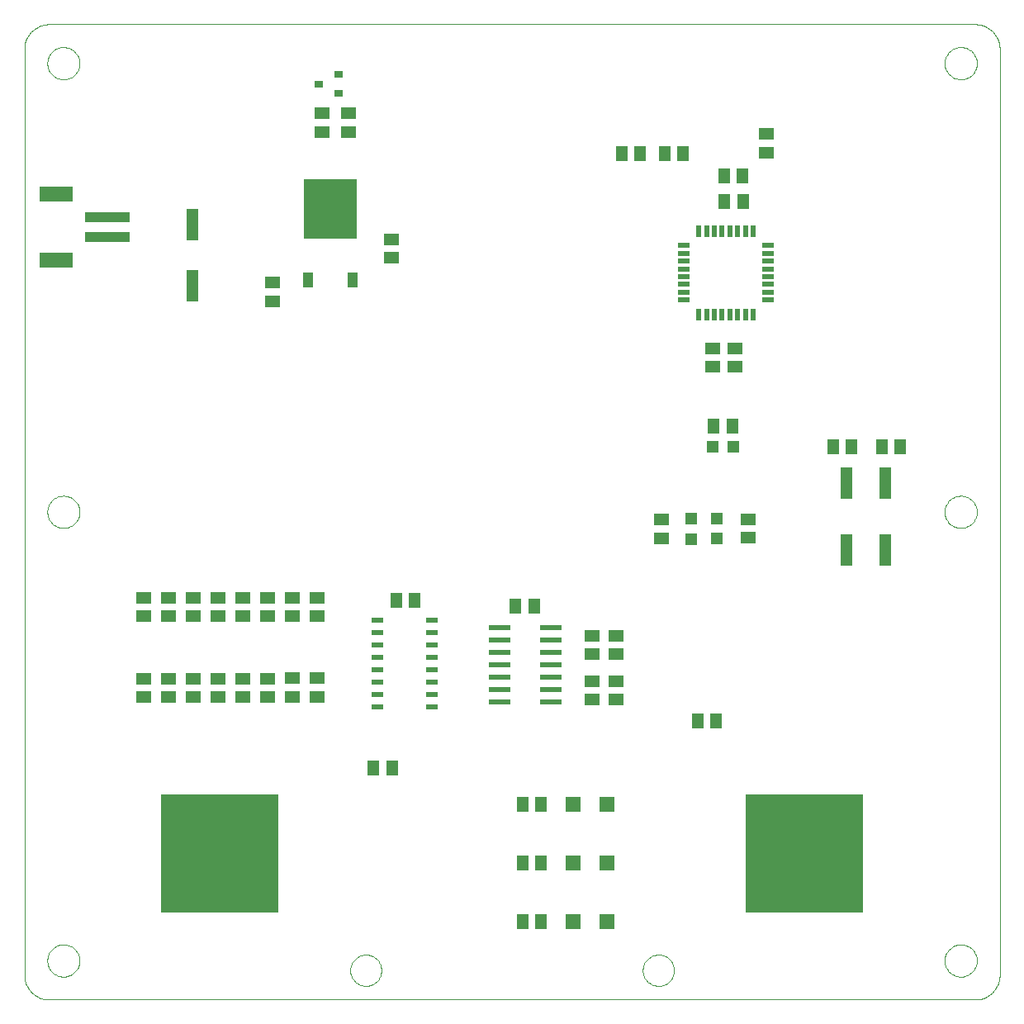
<source format=gtp>
G75*
%MOIN*%
%OFA0B0*%
%FSLAX24Y24*%
%IPPOS*%
%LPD*%
%AMOC8*
5,1,8,0,0,1.08239X$1,22.5*
%
%ADD10C,0.0000*%
%ADD11R,0.0591X0.0591*%
%ADD12R,0.0512X0.0630*%
%ADD13R,0.0630X0.0512*%
%ADD14R,0.0394X0.0630*%
%ADD15R,0.2126X0.2441*%
%ADD16R,0.0512X0.0591*%
%ADD17R,0.1811X0.0394*%
%ADD18R,0.1339X0.0630*%
%ADD19R,0.0591X0.0512*%
%ADD20R,0.0512X0.1299*%
%ADD21R,0.0472X0.0236*%
%ADD22R,0.4724X0.2402*%
%ADD23R,0.0220X0.0500*%
%ADD24R,0.0500X0.0220*%
%ADD25R,0.0472X0.1260*%
%ADD26R,0.0354X0.0315*%
%ADD27R,0.0472X0.0472*%
%ADD28R,0.0866X0.0236*%
D10*
X002361Y005618D02*
X039731Y005618D01*
X039791Y005620D01*
X039852Y005625D01*
X039911Y005634D01*
X039970Y005647D01*
X040029Y005663D01*
X040086Y005683D01*
X040141Y005706D01*
X040196Y005733D01*
X040248Y005762D01*
X040299Y005795D01*
X040348Y005831D01*
X040394Y005869D01*
X040438Y005911D01*
X040480Y005955D01*
X040518Y006001D01*
X040554Y006050D01*
X040587Y006101D01*
X040616Y006153D01*
X040643Y006208D01*
X040666Y006263D01*
X040686Y006320D01*
X040702Y006379D01*
X040715Y006438D01*
X040724Y006497D01*
X040729Y006558D01*
X040731Y006618D01*
X040731Y043988D01*
X040729Y044048D01*
X040724Y044109D01*
X040715Y044168D01*
X040702Y044227D01*
X040686Y044286D01*
X040666Y044343D01*
X040643Y044398D01*
X040616Y044453D01*
X040587Y044505D01*
X040554Y044556D01*
X040518Y044605D01*
X040480Y044651D01*
X040438Y044695D01*
X040394Y044737D01*
X040348Y044775D01*
X040299Y044811D01*
X040248Y044844D01*
X040196Y044873D01*
X040141Y044900D01*
X040086Y044923D01*
X040029Y044943D01*
X039970Y044959D01*
X039911Y044972D01*
X039852Y044981D01*
X039791Y044986D01*
X039731Y044988D01*
X002361Y044988D01*
X002301Y044986D01*
X002240Y044981D01*
X002181Y044972D01*
X002122Y044959D01*
X002063Y044943D01*
X002006Y044923D01*
X001951Y044900D01*
X001896Y044873D01*
X001844Y044844D01*
X001793Y044811D01*
X001744Y044775D01*
X001698Y044737D01*
X001654Y044695D01*
X001612Y044651D01*
X001574Y044605D01*
X001538Y044556D01*
X001505Y044505D01*
X001476Y044453D01*
X001449Y044398D01*
X001426Y044343D01*
X001406Y044286D01*
X001390Y044227D01*
X001377Y044168D01*
X001368Y044109D01*
X001363Y044048D01*
X001361Y043988D01*
X001361Y006618D01*
X001363Y006558D01*
X001368Y006497D01*
X001377Y006438D01*
X001390Y006379D01*
X001406Y006320D01*
X001426Y006263D01*
X001449Y006208D01*
X001476Y006153D01*
X001505Y006101D01*
X001538Y006050D01*
X001574Y006001D01*
X001612Y005955D01*
X001654Y005911D01*
X001698Y005869D01*
X001744Y005831D01*
X001793Y005795D01*
X001844Y005762D01*
X001896Y005733D01*
X001951Y005706D01*
X002006Y005683D01*
X002063Y005663D01*
X002122Y005647D01*
X002181Y005634D01*
X002240Y005625D01*
X002301Y005620D01*
X002361Y005618D01*
X002286Y007193D02*
X002288Y007243D01*
X002294Y007293D01*
X002304Y007343D01*
X002317Y007391D01*
X002334Y007439D01*
X002355Y007485D01*
X002379Y007529D01*
X002407Y007571D01*
X002438Y007611D01*
X002472Y007648D01*
X002509Y007683D01*
X002548Y007714D01*
X002589Y007743D01*
X002633Y007768D01*
X002679Y007790D01*
X002726Y007808D01*
X002774Y007822D01*
X002823Y007833D01*
X002873Y007840D01*
X002923Y007843D01*
X002974Y007842D01*
X003024Y007837D01*
X003074Y007828D01*
X003122Y007816D01*
X003170Y007799D01*
X003216Y007779D01*
X003261Y007756D01*
X003304Y007729D01*
X003344Y007699D01*
X003382Y007666D01*
X003417Y007630D01*
X003450Y007591D01*
X003479Y007550D01*
X003505Y007507D01*
X003528Y007462D01*
X003547Y007415D01*
X003562Y007367D01*
X003574Y007318D01*
X003582Y007268D01*
X003586Y007218D01*
X003586Y007168D01*
X003582Y007118D01*
X003574Y007068D01*
X003562Y007019D01*
X003547Y006971D01*
X003528Y006924D01*
X003505Y006879D01*
X003479Y006836D01*
X003450Y006795D01*
X003417Y006756D01*
X003382Y006720D01*
X003344Y006687D01*
X003304Y006657D01*
X003261Y006630D01*
X003216Y006607D01*
X003170Y006587D01*
X003122Y006570D01*
X003074Y006558D01*
X003024Y006549D01*
X002974Y006544D01*
X002923Y006543D01*
X002873Y006546D01*
X002823Y006553D01*
X002774Y006564D01*
X002726Y006578D01*
X002679Y006596D01*
X002633Y006618D01*
X002589Y006643D01*
X002548Y006672D01*
X002509Y006703D01*
X002472Y006738D01*
X002438Y006775D01*
X002407Y006815D01*
X002379Y006857D01*
X002355Y006901D01*
X002334Y006947D01*
X002317Y006995D01*
X002304Y007043D01*
X002294Y007093D01*
X002288Y007143D01*
X002286Y007193D01*
X014511Y006799D02*
X014513Y006849D01*
X014519Y006899D01*
X014529Y006948D01*
X014543Y006996D01*
X014560Y007043D01*
X014581Y007088D01*
X014606Y007132D01*
X014634Y007173D01*
X014666Y007212D01*
X014700Y007249D01*
X014737Y007283D01*
X014777Y007313D01*
X014819Y007340D01*
X014863Y007364D01*
X014909Y007385D01*
X014956Y007401D01*
X015004Y007414D01*
X015054Y007423D01*
X015103Y007428D01*
X015154Y007429D01*
X015204Y007426D01*
X015253Y007419D01*
X015302Y007408D01*
X015350Y007393D01*
X015396Y007375D01*
X015441Y007353D01*
X015484Y007327D01*
X015525Y007298D01*
X015564Y007266D01*
X015600Y007231D01*
X015632Y007193D01*
X015662Y007153D01*
X015689Y007110D01*
X015712Y007066D01*
X015731Y007020D01*
X015747Y006972D01*
X015759Y006923D01*
X015767Y006874D01*
X015771Y006824D01*
X015771Y006774D01*
X015767Y006724D01*
X015759Y006675D01*
X015747Y006626D01*
X015731Y006578D01*
X015712Y006532D01*
X015689Y006488D01*
X015662Y006445D01*
X015632Y006405D01*
X015600Y006367D01*
X015564Y006332D01*
X015525Y006300D01*
X015484Y006271D01*
X015441Y006245D01*
X015396Y006223D01*
X015350Y006205D01*
X015302Y006190D01*
X015253Y006179D01*
X015204Y006172D01*
X015154Y006169D01*
X015103Y006170D01*
X015054Y006175D01*
X015004Y006184D01*
X014956Y006197D01*
X014909Y006213D01*
X014863Y006234D01*
X014819Y006258D01*
X014777Y006285D01*
X014737Y006315D01*
X014700Y006349D01*
X014666Y006386D01*
X014634Y006425D01*
X014606Y006466D01*
X014581Y006510D01*
X014560Y006555D01*
X014543Y006602D01*
X014529Y006650D01*
X014519Y006699D01*
X014513Y006749D01*
X014511Y006799D01*
X026322Y006799D02*
X026324Y006849D01*
X026330Y006899D01*
X026340Y006948D01*
X026354Y006996D01*
X026371Y007043D01*
X026392Y007088D01*
X026417Y007132D01*
X026445Y007173D01*
X026477Y007212D01*
X026511Y007249D01*
X026548Y007283D01*
X026588Y007313D01*
X026630Y007340D01*
X026674Y007364D01*
X026720Y007385D01*
X026767Y007401D01*
X026815Y007414D01*
X026865Y007423D01*
X026914Y007428D01*
X026965Y007429D01*
X027015Y007426D01*
X027064Y007419D01*
X027113Y007408D01*
X027161Y007393D01*
X027207Y007375D01*
X027252Y007353D01*
X027295Y007327D01*
X027336Y007298D01*
X027375Y007266D01*
X027411Y007231D01*
X027443Y007193D01*
X027473Y007153D01*
X027500Y007110D01*
X027523Y007066D01*
X027542Y007020D01*
X027558Y006972D01*
X027570Y006923D01*
X027578Y006874D01*
X027582Y006824D01*
X027582Y006774D01*
X027578Y006724D01*
X027570Y006675D01*
X027558Y006626D01*
X027542Y006578D01*
X027523Y006532D01*
X027500Y006488D01*
X027473Y006445D01*
X027443Y006405D01*
X027411Y006367D01*
X027375Y006332D01*
X027336Y006300D01*
X027295Y006271D01*
X027252Y006245D01*
X027207Y006223D01*
X027161Y006205D01*
X027113Y006190D01*
X027064Y006179D01*
X027015Y006172D01*
X026965Y006169D01*
X026914Y006170D01*
X026865Y006175D01*
X026815Y006184D01*
X026767Y006197D01*
X026720Y006213D01*
X026674Y006234D01*
X026630Y006258D01*
X026588Y006285D01*
X026548Y006315D01*
X026511Y006349D01*
X026477Y006386D01*
X026445Y006425D01*
X026417Y006466D01*
X026392Y006510D01*
X026371Y006555D01*
X026354Y006602D01*
X026340Y006650D01*
X026330Y006699D01*
X026324Y006749D01*
X026322Y006799D01*
X038506Y007193D02*
X038508Y007243D01*
X038514Y007293D01*
X038524Y007343D01*
X038537Y007391D01*
X038554Y007439D01*
X038575Y007485D01*
X038599Y007529D01*
X038627Y007571D01*
X038658Y007611D01*
X038692Y007648D01*
X038729Y007683D01*
X038768Y007714D01*
X038809Y007743D01*
X038853Y007768D01*
X038899Y007790D01*
X038946Y007808D01*
X038994Y007822D01*
X039043Y007833D01*
X039093Y007840D01*
X039143Y007843D01*
X039194Y007842D01*
X039244Y007837D01*
X039294Y007828D01*
X039342Y007816D01*
X039390Y007799D01*
X039436Y007779D01*
X039481Y007756D01*
X039524Y007729D01*
X039564Y007699D01*
X039602Y007666D01*
X039637Y007630D01*
X039670Y007591D01*
X039699Y007550D01*
X039725Y007507D01*
X039748Y007462D01*
X039767Y007415D01*
X039782Y007367D01*
X039794Y007318D01*
X039802Y007268D01*
X039806Y007218D01*
X039806Y007168D01*
X039802Y007118D01*
X039794Y007068D01*
X039782Y007019D01*
X039767Y006971D01*
X039748Y006924D01*
X039725Y006879D01*
X039699Y006836D01*
X039670Y006795D01*
X039637Y006756D01*
X039602Y006720D01*
X039564Y006687D01*
X039524Y006657D01*
X039481Y006630D01*
X039436Y006607D01*
X039390Y006587D01*
X039342Y006570D01*
X039294Y006558D01*
X039244Y006549D01*
X039194Y006544D01*
X039143Y006543D01*
X039093Y006546D01*
X039043Y006553D01*
X038994Y006564D01*
X038946Y006578D01*
X038899Y006596D01*
X038853Y006618D01*
X038809Y006643D01*
X038768Y006672D01*
X038729Y006703D01*
X038692Y006738D01*
X038658Y006775D01*
X038627Y006815D01*
X038599Y006857D01*
X038575Y006901D01*
X038554Y006947D01*
X038537Y006995D01*
X038524Y007043D01*
X038514Y007093D01*
X038508Y007143D01*
X038506Y007193D01*
X038506Y025303D02*
X038508Y025353D01*
X038514Y025403D01*
X038524Y025453D01*
X038537Y025501D01*
X038554Y025549D01*
X038575Y025595D01*
X038599Y025639D01*
X038627Y025681D01*
X038658Y025721D01*
X038692Y025758D01*
X038729Y025793D01*
X038768Y025824D01*
X038809Y025853D01*
X038853Y025878D01*
X038899Y025900D01*
X038946Y025918D01*
X038994Y025932D01*
X039043Y025943D01*
X039093Y025950D01*
X039143Y025953D01*
X039194Y025952D01*
X039244Y025947D01*
X039294Y025938D01*
X039342Y025926D01*
X039390Y025909D01*
X039436Y025889D01*
X039481Y025866D01*
X039524Y025839D01*
X039564Y025809D01*
X039602Y025776D01*
X039637Y025740D01*
X039670Y025701D01*
X039699Y025660D01*
X039725Y025617D01*
X039748Y025572D01*
X039767Y025525D01*
X039782Y025477D01*
X039794Y025428D01*
X039802Y025378D01*
X039806Y025328D01*
X039806Y025278D01*
X039802Y025228D01*
X039794Y025178D01*
X039782Y025129D01*
X039767Y025081D01*
X039748Y025034D01*
X039725Y024989D01*
X039699Y024946D01*
X039670Y024905D01*
X039637Y024866D01*
X039602Y024830D01*
X039564Y024797D01*
X039524Y024767D01*
X039481Y024740D01*
X039436Y024717D01*
X039390Y024697D01*
X039342Y024680D01*
X039294Y024668D01*
X039244Y024659D01*
X039194Y024654D01*
X039143Y024653D01*
X039093Y024656D01*
X039043Y024663D01*
X038994Y024674D01*
X038946Y024688D01*
X038899Y024706D01*
X038853Y024728D01*
X038809Y024753D01*
X038768Y024782D01*
X038729Y024813D01*
X038692Y024848D01*
X038658Y024885D01*
X038627Y024925D01*
X038599Y024967D01*
X038575Y025011D01*
X038554Y025057D01*
X038537Y025105D01*
X038524Y025153D01*
X038514Y025203D01*
X038508Y025253D01*
X038506Y025303D01*
X038506Y043413D02*
X038508Y043463D01*
X038514Y043513D01*
X038524Y043563D01*
X038537Y043611D01*
X038554Y043659D01*
X038575Y043705D01*
X038599Y043749D01*
X038627Y043791D01*
X038658Y043831D01*
X038692Y043868D01*
X038729Y043903D01*
X038768Y043934D01*
X038809Y043963D01*
X038853Y043988D01*
X038899Y044010D01*
X038946Y044028D01*
X038994Y044042D01*
X039043Y044053D01*
X039093Y044060D01*
X039143Y044063D01*
X039194Y044062D01*
X039244Y044057D01*
X039294Y044048D01*
X039342Y044036D01*
X039390Y044019D01*
X039436Y043999D01*
X039481Y043976D01*
X039524Y043949D01*
X039564Y043919D01*
X039602Y043886D01*
X039637Y043850D01*
X039670Y043811D01*
X039699Y043770D01*
X039725Y043727D01*
X039748Y043682D01*
X039767Y043635D01*
X039782Y043587D01*
X039794Y043538D01*
X039802Y043488D01*
X039806Y043438D01*
X039806Y043388D01*
X039802Y043338D01*
X039794Y043288D01*
X039782Y043239D01*
X039767Y043191D01*
X039748Y043144D01*
X039725Y043099D01*
X039699Y043056D01*
X039670Y043015D01*
X039637Y042976D01*
X039602Y042940D01*
X039564Y042907D01*
X039524Y042877D01*
X039481Y042850D01*
X039436Y042827D01*
X039390Y042807D01*
X039342Y042790D01*
X039294Y042778D01*
X039244Y042769D01*
X039194Y042764D01*
X039143Y042763D01*
X039093Y042766D01*
X039043Y042773D01*
X038994Y042784D01*
X038946Y042798D01*
X038899Y042816D01*
X038853Y042838D01*
X038809Y042863D01*
X038768Y042892D01*
X038729Y042923D01*
X038692Y042958D01*
X038658Y042995D01*
X038627Y043035D01*
X038599Y043077D01*
X038575Y043121D01*
X038554Y043167D01*
X038537Y043215D01*
X038524Y043263D01*
X038514Y043313D01*
X038508Y043363D01*
X038506Y043413D01*
X002286Y043413D02*
X002288Y043463D01*
X002294Y043513D01*
X002304Y043563D01*
X002317Y043611D01*
X002334Y043659D01*
X002355Y043705D01*
X002379Y043749D01*
X002407Y043791D01*
X002438Y043831D01*
X002472Y043868D01*
X002509Y043903D01*
X002548Y043934D01*
X002589Y043963D01*
X002633Y043988D01*
X002679Y044010D01*
X002726Y044028D01*
X002774Y044042D01*
X002823Y044053D01*
X002873Y044060D01*
X002923Y044063D01*
X002974Y044062D01*
X003024Y044057D01*
X003074Y044048D01*
X003122Y044036D01*
X003170Y044019D01*
X003216Y043999D01*
X003261Y043976D01*
X003304Y043949D01*
X003344Y043919D01*
X003382Y043886D01*
X003417Y043850D01*
X003450Y043811D01*
X003479Y043770D01*
X003505Y043727D01*
X003528Y043682D01*
X003547Y043635D01*
X003562Y043587D01*
X003574Y043538D01*
X003582Y043488D01*
X003586Y043438D01*
X003586Y043388D01*
X003582Y043338D01*
X003574Y043288D01*
X003562Y043239D01*
X003547Y043191D01*
X003528Y043144D01*
X003505Y043099D01*
X003479Y043056D01*
X003450Y043015D01*
X003417Y042976D01*
X003382Y042940D01*
X003344Y042907D01*
X003304Y042877D01*
X003261Y042850D01*
X003216Y042827D01*
X003170Y042807D01*
X003122Y042790D01*
X003074Y042778D01*
X003024Y042769D01*
X002974Y042764D01*
X002923Y042763D01*
X002873Y042766D01*
X002823Y042773D01*
X002774Y042784D01*
X002726Y042798D01*
X002679Y042816D01*
X002633Y042838D01*
X002589Y042863D01*
X002548Y042892D01*
X002509Y042923D01*
X002472Y042958D01*
X002438Y042995D01*
X002407Y043035D01*
X002379Y043077D01*
X002355Y043121D01*
X002334Y043167D01*
X002317Y043215D01*
X002304Y043263D01*
X002294Y043313D01*
X002288Y043363D01*
X002286Y043413D01*
X002286Y025303D02*
X002288Y025353D01*
X002294Y025403D01*
X002304Y025453D01*
X002317Y025501D01*
X002334Y025549D01*
X002355Y025595D01*
X002379Y025639D01*
X002407Y025681D01*
X002438Y025721D01*
X002472Y025758D01*
X002509Y025793D01*
X002548Y025824D01*
X002589Y025853D01*
X002633Y025878D01*
X002679Y025900D01*
X002726Y025918D01*
X002774Y025932D01*
X002823Y025943D01*
X002873Y025950D01*
X002923Y025953D01*
X002974Y025952D01*
X003024Y025947D01*
X003074Y025938D01*
X003122Y025926D01*
X003170Y025909D01*
X003216Y025889D01*
X003261Y025866D01*
X003304Y025839D01*
X003344Y025809D01*
X003382Y025776D01*
X003417Y025740D01*
X003450Y025701D01*
X003479Y025660D01*
X003505Y025617D01*
X003528Y025572D01*
X003547Y025525D01*
X003562Y025477D01*
X003574Y025428D01*
X003582Y025378D01*
X003586Y025328D01*
X003586Y025278D01*
X003582Y025228D01*
X003574Y025178D01*
X003562Y025129D01*
X003547Y025081D01*
X003528Y025034D01*
X003505Y024989D01*
X003479Y024946D01*
X003450Y024905D01*
X003417Y024866D01*
X003382Y024830D01*
X003344Y024797D01*
X003304Y024767D01*
X003261Y024740D01*
X003216Y024717D01*
X003170Y024697D01*
X003122Y024680D01*
X003074Y024668D01*
X003024Y024659D01*
X002974Y024654D01*
X002923Y024653D01*
X002873Y024656D01*
X002823Y024663D01*
X002774Y024674D01*
X002726Y024688D01*
X002679Y024706D01*
X002633Y024728D01*
X002589Y024753D01*
X002548Y024782D01*
X002509Y024813D01*
X002472Y024848D01*
X002438Y024885D01*
X002407Y024925D01*
X002379Y024967D01*
X002355Y025011D01*
X002334Y025057D01*
X002317Y025105D01*
X002304Y025153D01*
X002294Y025203D01*
X002288Y025253D01*
X002286Y025303D01*
D11*
X023507Y013492D03*
X024885Y013492D03*
X024885Y011130D03*
X023507Y011130D03*
X023507Y008767D03*
X024885Y008767D03*
D12*
X022208Y008767D03*
X021460Y008767D03*
X021460Y011130D03*
X022208Y011130D03*
X022208Y013492D03*
X021460Y013492D03*
X016205Y014963D03*
X015457Y014963D03*
X028537Y016876D03*
X029285Y016876D03*
X034002Y027925D03*
X034750Y027925D03*
X029935Y028778D03*
X029187Y028778D03*
D13*
X030584Y025006D03*
X030584Y024258D03*
X027073Y024239D03*
X027073Y024987D03*
X025241Y020312D03*
X025241Y019564D03*
X024281Y019564D03*
X024281Y020312D03*
X024281Y018472D03*
X024281Y017724D03*
X025241Y017724D03*
X025241Y018472D03*
X013181Y018592D03*
X013181Y017844D03*
X012181Y017844D03*
X012181Y018592D03*
X011181Y018572D03*
X011181Y017824D03*
X010181Y017824D03*
X010181Y018572D03*
X009181Y018572D03*
X009181Y017824D03*
X008181Y017824D03*
X008181Y018572D03*
X007181Y018572D03*
X007181Y017824D03*
X006181Y017824D03*
X006181Y018572D03*
X006181Y021084D03*
X006181Y021832D03*
X007181Y021832D03*
X007181Y021084D03*
X008181Y021084D03*
X008181Y021832D03*
X009181Y021832D03*
X009181Y021084D03*
X010181Y021084D03*
X010181Y021832D03*
X011181Y021832D03*
X011181Y021084D03*
X012181Y021084D03*
X012181Y021832D03*
X013181Y021832D03*
X013181Y021084D03*
X013361Y040644D03*
X013361Y041392D03*
X014441Y041392D03*
X014441Y040644D03*
D14*
X014598Y034659D03*
X012802Y034659D03*
D15*
X013700Y037533D03*
D16*
X025467Y039758D03*
X026215Y039758D03*
X027207Y039758D03*
X027955Y039758D03*
X029596Y038869D03*
X030344Y038869D03*
X030366Y037838D03*
X029618Y037838D03*
X035971Y027920D03*
X036719Y027920D03*
X021935Y021498D03*
X021187Y021498D03*
X017126Y021730D03*
X016378Y021730D03*
D17*
X004698Y036397D03*
X004698Y037184D03*
D18*
X002651Y038129D03*
X002651Y035452D03*
D19*
X011393Y034558D03*
X011393Y033810D03*
X016161Y035564D03*
X016161Y036312D03*
X029141Y031912D03*
X029141Y031164D03*
X030041Y031164D03*
X030041Y031912D03*
X031301Y039804D03*
X031301Y040552D03*
D20*
X008127Y036908D03*
X008127Y034447D03*
D21*
X015620Y020932D03*
X015620Y020432D03*
X015620Y019932D03*
X015620Y019432D03*
X015620Y018932D03*
X015620Y018432D03*
X015620Y017932D03*
X015620Y017432D03*
X017825Y017432D03*
X017825Y017932D03*
X017825Y018432D03*
X017825Y018932D03*
X017825Y019432D03*
X017825Y019932D03*
X017825Y020432D03*
X017825Y020932D03*
D22*
X009235Y012704D03*
X009235Y010342D03*
X032857Y010342D03*
X032857Y012704D03*
D23*
X030783Y033268D03*
X030469Y033268D03*
X030154Y033268D03*
X029839Y033268D03*
X029524Y033268D03*
X029209Y033268D03*
X028894Y033268D03*
X028579Y033268D03*
X028579Y036648D03*
X028894Y036648D03*
X029209Y036648D03*
X029524Y036648D03*
X029839Y036648D03*
X030154Y036648D03*
X030469Y036648D03*
X030783Y036648D03*
D24*
X031371Y036060D03*
X031371Y035745D03*
X031371Y035430D03*
X031371Y035115D03*
X031371Y034800D03*
X031371Y034485D03*
X031371Y034170D03*
X031371Y033855D03*
X027991Y033855D03*
X027991Y034170D03*
X027991Y034485D03*
X027991Y034800D03*
X027991Y035115D03*
X027991Y035430D03*
X027991Y035745D03*
X027991Y036060D03*
D25*
X034543Y026452D03*
X036117Y026452D03*
X036117Y023775D03*
X034543Y023775D03*
D26*
X014055Y042204D03*
X014055Y042952D03*
X013228Y042578D03*
D27*
X029148Y027938D03*
X029974Y027938D03*
X029324Y025045D03*
X029324Y024219D03*
X028273Y024200D03*
X028273Y025026D03*
D28*
X022599Y020632D03*
X022599Y020132D03*
X022599Y019632D03*
X022599Y019132D03*
X022599Y018632D03*
X022599Y018132D03*
X022599Y017632D03*
X020552Y017632D03*
X020552Y018132D03*
X020552Y018632D03*
X020552Y019132D03*
X020552Y019632D03*
X020552Y020132D03*
X020552Y020632D03*
M02*

</source>
